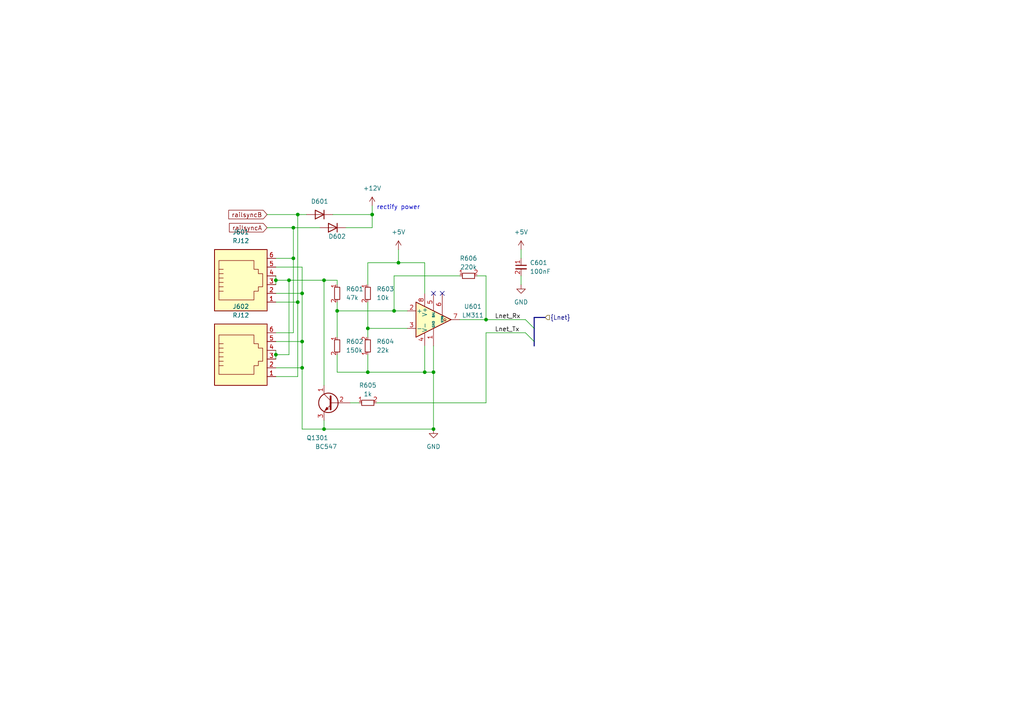
<source format=kicad_sch>
(kicad_sch (version 20231120) (generator "eeschema") (generator_version "8.0")
  (paper "A4")
  (lib_symbols
    (symbol "Comparator:LM311" (pin_names (offset 0.127))
      (property "Reference" "U" (at 3.81 6.35 0))
      (property "Value" "LM311" (at 3.81 3.81 0))
      (symbol "LM311_0_1"
        (polyline (pts (xy 5.08 0) (xy -5.08 5.08) (xy -5.08 -5.08) (xy 5.08 0)) (stroke (width 0.254)) (fill (type background)))
        (polyline (pts (xy 3.683 -0.381) (xy 3.302 -0.381) (xy 3.683 0) (xy 3.302 0.381) (xy 2.921 0) (xy 3.302 -0.381) (xy 2.921 -0.381)) (stroke (width 0.127)))
      )
      (symbol "LM311_1_1"
        (pin passive line (at 0 -7.62 90) (length 5.08) (name "GND") (number "1"))
        (pin input line (at -7.62 2.54 0) (length 2.54) (name "+") (number "2"))
        (pin input line (at -7.62 -2.54 0) (length 2.54) (name "-") (number "3"))
        (pin power_in line (at -2.54 -7.62 90) (length 3.81) (name "V-") (number "4"))
        (pin input line (at 0 7.62 270) (length 5.08) (name "BAL") (number "5"))
        (pin input line (at 2.54 7.62 270) (length 6.35) (name "STRB") (number "6"))
        (pin open_collector line (at 7.62 0 180) (length 2.54) (name "~") (number "7"))
        (pin power_in line (at -2.54 7.62 270) (length 3.81) (name "V+") (number "8"))
      )
    )
    (symbol "Diode:SM4007" (pin_numbers hide) (pin_names hide)
      (property "Reference" "D" (at 0 2.54 0))
      (property "Value" "SM4007" (at 0 -2.54 0))
      (symbol "SM4007_0_1"
        (polyline (pts (xy -1.27 1.27) (xy -1.27 -1.27)) (stroke (width 0.254)))
        (polyline (pts (xy 1.27 0) (xy -1.27 0)))
        (polyline (pts (xy 1.27 1.27) (xy 1.27 -1.27) (xy -1.27 0) (xy 1.27 1.27)) (stroke (width 0.254)))
      )
      (symbol "SM4007_1_1"
        (pin passive line (at -3.81 0 0) (length 2.54) (name "K") (number "1"))
        (pin passive line (at 3.81 0 180) (length 2.54) (name "A") (number "2"))
      )
    )
    (symbol "Transistor_BJT:BC547" (pin_names (offset 0) hide)
      (property "Reference" "Q" (at 5.08 1.905 0))
      (property "Value" "BC547" (at 5.08 0 0))
      (symbol "BC547_0_1"
        (polyline (pts (xy 0 0) (xy 0.635 0)))
        (polyline (pts (xy 0.635 0.635) (xy 2.54 2.54)))
        (polyline (pts (xy 0.635 -0.635) (xy 2.54 -2.54) (xy 2.54 -2.54)))
        (polyline (pts (xy 0.635 1.905) (xy 0.635 -1.905) (xy 0.635 -1.905)) (stroke (width 0.508)))
        (polyline (pts (xy 1.27 -1.778) (xy 1.778 -1.27) (xy 2.286 -2.286) (xy 1.27 -1.778) (xy 1.27 -1.778)) (fill (type outline)))
        (circle (center 1.27 0) (radius 2.8194) (stroke (width 0.254)))
      )
      (symbol "BC547_1_1"
        (pin passive line (at 2.54 5.08 270) (length 2.54) (name "C") (number "1"))
        (pin input line (at -5.08 0 0) (length 5.08) (name "B") (number "2"))
        (pin passive line (at 2.54 -5.08 90) (length 2.54) (name "E") (number "3"))
      )
    )
    (symbol "capacitor_miscellaneous:C_0402_100nF"
      (property "Reference" "U" (at 1.27 2.54 0))
      (property "Value" "100nF" (at 3.81 -2.54 0))
      (property "JLCPCB Part#" "C307331" (at 0 0 0))
      (symbol "C_0402_100nF_0_1"
        (polyline (pts (xy -1.524 -0.508) (xy 1.524 -0.508)) (stroke (width 0.3302)))
        (polyline (pts (xy -1.524 0.508) (xy 1.524 0.508)) (stroke (width 0.3048)))
      )
      (symbol "C_0402_100nF_1_1"
        (pin passive line (at 0 2.54 270) (length 2.032) (name "~") (number "1"))
        (pin passive line (at 0 -2.54 90) (length 2.032) (name "~") (number "2"))
      )
    )
    (symbol "custom_kicad_lib_sk:RJ12" (pin_names (offset 1.016))
      (property "Reference" "J" (at -5.08 11.43 0))
      (property "Value" "RJ12" (at 2.54 11.43 0))
      (symbol "RJ12_0_1"
        (polyline (pts (xy -6.35 -1.905) (xy -5.08 -1.905) (xy -5.08 -1.905)))
        (polyline (pts (xy -6.35 -0.635) (xy -5.08 -0.635) (xy -5.08 -0.635)))
        (polyline (pts (xy -6.35 0.635) (xy -5.08 0.635) (xy -5.08 0.635)))
        (polyline (pts (xy -6.35 1.905) (xy -5.08 1.905) (xy -5.08 1.905)))
        (polyline (pts (xy -6.35 3.175) (xy -5.08 3.175) (xy -5.08 3.175)))
        (polyline (pts (xy -5.08 4.445) (xy -6.35 4.445) (xy -6.35 4.445)))
        (polyline (pts (xy -6.35 -4.445) (xy -6.35 6.985) (xy 3.81 6.985) (xy 3.81 4.445) (xy 5.08 4.445) (xy 5.08 3.175) (xy 6.35 3.175) (xy 6.35 -0.635) (xy 5.08 -0.635) (xy 5.08 -1.905) (xy 3.81 -1.905) (xy 3.81 -4.445) (xy -6.35 -4.445) (xy -6.35 -4.445)))
        (rectangle (start 7.62 10.16) (end -7.62 -7.62) (stroke (width 0.254)) (fill (type background)))
      )
      (symbol "RJ12_1_1"
        (pin passive line (at 10.16 -5.08 180) (length 2.54) (name "~") (number "1"))
        (pin passive line (at 10.16 -2.54 180) (length 2.54) (name "~") (number "2"))
        (pin passive line (at 10.16 0 180) (length 2.54) (name "~") (number "3"))
        (pin passive line (at 10.16 2.54 180) (length 2.54) (name "~") (number "4"))
        (pin passive line (at 10.16 5.08 180) (length 2.54) (name "~") (number "5"))
        (pin passive line (at 10.16 7.62 180) (length 2.54) (name "~") (number "6"))
      )
    )
    (symbol "power:+12V" (power) (pin_names (offset 0))
      (property "Value" "+12V" (at 0 3.556 0))
      (symbol "+12V_0_1"
        (polyline (pts (xy -0.762 1.27) (xy 0 2.54)))
        (polyline (pts (xy 0 0) (xy 0 2.54)))
        (polyline (pts (xy 0 2.54) (xy 0.762 1.27)))
      )
      (symbol "+12V_1_1"
        (pin power_in line (at 0 0 90) (length 0) hide (name "+12V") (number "1"))
      )
    )
    (symbol "power:+5V" (power) (pin_names (offset 0))
      (property "Value" "+5V" (at 0 3.556 0))
      (symbol "+5V_0_1"
        (polyline (pts (xy -0.762 1.27) (xy 0 2.54)))
        (polyline (pts (xy 0 0) (xy 0 2.54)))
        (polyline (pts (xy 0 2.54) (xy 0.762 1.27)))
      )
      (symbol "+5V_1_1"
        (pin power_in line (at 0 0 90) (length 0) hide (name "+5V") (number "1"))
      )
    )
    (symbol "power:GND" (power) (pin_names (offset 0))
      (property "Value" "GND" (at 0 -3.81 0))
      (symbol "GND_0_1"
        (polyline (pts (xy 0 0) (xy 0 -1.27) (xy 1.27 -1.27) (xy 0 -2.54) (xy -1.27 -1.27) (xy 0 -1.27)))
      )
      (symbol "GND_1_1"
        (pin power_in line (at 0 0 270) (length 0) hide (name "GND") (number "1"))
      )
    )
    (symbol "resistors_0603:R_10k_0603"
      (property "Reference" "R" (at 1.27 2.54 0))
      (property "Value" "10k" (at 2.54 -2.54 0))
      (symbol "R_10k_0603_0_1"
        (rectangle (start -0.762 1.778) (end 0.762 -1.778) (stroke (width 0.2032)))
      )
      (symbol "R_10k_0603_1_1"
        (pin passive line (at 0 2.54 270) (length 0.762) (name "~") (number "1"))
        (pin passive line (at 0 -2.54 90) (length 0.762) (name "~") (number "2"))
      )
    )
    (symbol "resistors_0603:R_150k_0603"
      (property "Reference" "R" (at 1.27 2.54 0))
      (property "Value" "150k" (at 2.54 -2.54 0))
      (symbol "R_150k_0603_0_1"
        (rectangle (start -0.762 1.778) (end 0.762 -1.778) (stroke (width 0.2032)))
      )
      (symbol "R_150k_0603_1_1"
        (pin passive line (at 0 2.54 270) (length 0.762) (name "~") (number "1"))
        (pin passive line (at 0 -2.54 90) (length 0.762) (name "~") (number "2"))
      )
    )
    (symbol "resistors_0603:R_1k_0603"
      (property "Reference" "R" (at 1.27 2.54 0))
      (property "Value" "1k" (at 2.54 -2.54 0))
      (symbol "R_1k_0603_0_1"
        (rectangle (start -0.762 1.778) (end 0.762 -1.778) (stroke (width 0.2032)))
      )
      (symbol "R_1k_0603_1_1"
        (pin passive line (at 0 2.54 270) (length 0.762) (name "~") (number "1"))
        (pin passive line (at 0 -2.54 90) (length 0.762) (name "~") (number "2"))
      )
    )
    (symbol "resistors_0603:R_220k_0603"
      (property "Reference" "R" (at 1.27 2.54 0))
      (property "Value" "220k" (at 2.54 -2.54 0))
      (symbol "R_220k_0603_0_1"
        (rectangle (start -0.762 1.778) (end 0.762 -1.778) (stroke (width 0.2032)))
      )
      (symbol "R_220k_0603_1_1"
        (pin passive line (at 0 2.54 270) (length 0.762) (name "~") (number "1"))
        (pin passive line (at 0 -2.54 90) (length 0.762) (name "~") (number "2"))
      )
    )
    (symbol "resistors_0603:R_22k_0603"
      (property "Reference" "R" (at 1.27 2.54 0))
      (property "Value" "22k" (at 2.54 -2.54 0))
      (symbol "R_22k_0603_0_1"
        (rectangle (start -0.762 1.778) (end 0.762 -1.778) (stroke (width 0.2032)))
      )
      (symbol "R_22k_0603_1_1"
        (pin passive line (at 0 2.54 270) (length 0.762) (name "~") (number "1"))
        (pin passive line (at 0 -2.54 90) (length 0.762) (name "~") (number "2"))
      )
    )
    (symbol "resistors_0603:R_47k_0603"
      (property "Reference" "R" (at 1.27 2.54 0))
      (property "Value" "47k" (at 2.54 -2.54 0))
      (symbol "R_47k_0603_0_1"
        (rectangle (start -0.762 1.778) (end 0.762 -1.778) (stroke (width 0.2032)))
      )
      (symbol "R_47k_0603_1_1"
        (pin passive line (at 0 2.54 270) (length 0.762) (name "~") (number "1"))
        (pin passive line (at 0 -2.54 90) (length 0.762) (name "~") (number "2"))
      )
    )
  )
  (bus_alias "Lnet" (members "Lnet_Rx" "Lnet_Tx"))
  (junction (at 87.63 85.09))
  (junction (at 123.19 107.95))
  (junction (at 115.57 76.2))
  (junction (at 93.98 81.28))
  (junction (at 80.01 102.87))
  (junction (at 114.3 90.17))
  (junction (at 86.36 87.63))
  (junction (at 85.09 66.04))
  (junction (at 140.97 92.71))
  (junction (at 107.95 62.23))
  (junction (at 106.68 107.95))
  (junction (at 87.63 106.68))
  (junction (at 125.73 124.46))
  (junction (at 85.09 74.93))
  (junction (at 83.82 81.28))
  (junction (at 86.36 62.23))
  (junction (at 87.63 99.06))
  (junction (at 106.68 95.25))
  (junction (at 125.73 107.95))
  (junction (at 80.01 81.28))
  (junction (at 97.79 90.17))
  (junction (at 93.98 124.46))
  (no_connect (at 128.27 85.09))
  (no_connect (at 125.73 85.09))
  (bus_entry (at 152.4 96.52) (size 2.54 2.54))
  (bus_entry (at 152.4 92.71) (size 2.54 2.54))
  (wire (pts (xy 125.73 107.95) (xy 125.73 124.46)))
  (wire (pts (xy 80.01 106.68) (xy 87.63 106.68)))
  (bus (pts (xy 154.94 95.25) (xy 154.94 99.06)))
  (wire (pts (xy 97.79 107.95) (xy 106.68 107.95)))
  (wire (pts (xy 97.79 90.17) (xy 114.3 90.17)))
  (wire (pts (xy 87.63 85.09) (xy 87.63 77.47)))
  (wire (pts (xy 106.68 95.25) (xy 106.68 97.79)))
  (wire (pts (xy 106.68 107.95) (xy 123.19 107.95)))
  (wire (pts (xy 140.97 80.01) (xy 138.43 80.01)))
  (wire (pts (xy 106.68 76.2) (xy 106.68 82.55)))
  (wire (pts (xy 80.01 102.87) (xy 83.82 102.87)))
  (wire (pts (xy 109.22 116.84) (xy 140.97 116.84)))
  (wire (pts (xy 123.19 85.09) (xy 123.19 76.2)))
  (wire (pts (xy 118.11 90.17) (xy 114.3 90.17)))
  (wire (pts (xy 93.98 81.28) (xy 97.79 81.28)))
  (wire (pts (xy 123.19 107.95) (xy 123.19 100.33)))
  (wire (pts (xy 93.98 124.46) (xy 125.73 124.46)))
  (wire (pts (xy 97.79 87.63) (xy 97.79 90.17)))
  (wire (pts (xy 114.3 90.17) (xy 114.3 80.01)))
  (wire (pts (xy 80.01 81.28) (xy 80.01 82.55)))
  (wire (pts (xy 114.3 80.01) (xy 133.35 80.01)))
  (wire (pts (xy 115.57 72.39) (xy 115.57 76.2)))
  (wire (pts (xy 87.63 85.09) (xy 87.63 99.06)))
  (wire (pts (xy 83.82 81.28) (xy 93.98 81.28)))
  (wire (pts (xy 85.09 66.04) (xy 92.71 66.04)))
  (wire (pts (xy 140.97 96.52) (xy 140.97 116.84)))
  (wire (pts (xy 80.01 87.63) (xy 86.36 87.63)))
  (wire (pts (xy 96.52 62.23) (xy 107.95 62.23)))
  (wire (pts (xy 87.63 106.68) (xy 87.63 124.46)))
  (wire (pts (xy 97.79 81.28) (xy 97.79 82.55)))
  (wire (pts (xy 77.47 62.23) (xy 86.36 62.23)))
  (wire (pts (xy 86.36 62.23) (xy 88.9 62.23)))
  (wire (pts (xy 107.95 62.23) (xy 107.95 66.04)))
  (wire (pts (xy 151.13 72.39) (xy 151.13 74.93)))
  (wire (pts (xy 85.09 66.04) (xy 85.09 74.93)))
  (wire (pts (xy 133.35 92.71) (xy 140.97 92.71)))
  (wire (pts (xy 80.01 102.87) (xy 80.01 104.14)))
  (wire (pts (xy 106.68 76.2) (xy 115.57 76.2)))
  (wire (pts (xy 80.01 85.09) (xy 87.63 85.09)))
  (wire (pts (xy 140.97 92.71) (xy 152.4 92.71)))
  (wire (pts (xy 106.68 87.63) (xy 106.68 95.25)))
  (wire (pts (xy 107.95 66.04) (xy 100.33 66.04)))
  (wire (pts (xy 87.63 106.68) (xy 87.63 99.06)))
  (wire (pts (xy 87.63 124.46) (xy 93.98 124.46)))
  (wire (pts (xy 107.95 59.69) (xy 107.95 62.23)))
  (wire (pts (xy 80.01 101.6) (xy 80.01 102.87)))
  (wire (pts (xy 123.19 107.95) (xy 125.73 107.95)))
  (wire (pts (xy 123.19 76.2) (xy 115.57 76.2)))
  (wire (pts (xy 80.01 80.01) (xy 80.01 81.28)))
  (wire (pts (xy 80.01 74.93) (xy 85.09 74.93)))
  (bus (pts (xy 158.115 92.075) (xy 154.94 92.075)))
  (wire (pts (xy 106.68 107.95) (xy 106.68 102.87)))
  (wire (pts (xy 77.47 66.04) (xy 85.09 66.04)))
  (wire (pts (xy 125.73 107.95) (xy 125.73 100.33)))
  (wire (pts (xy 140.97 80.01) (xy 140.97 92.71)))
  (wire (pts (xy 93.98 81.28) (xy 93.98 111.76)))
  (wire (pts (xy 83.82 81.28) (xy 83.82 102.87)))
  (wire (pts (xy 80.01 81.28) (xy 83.82 81.28)))
  (wire (pts (xy 140.97 96.52) (xy 152.4 96.52)))
  (wire (pts (xy 86.36 62.23) (xy 86.36 87.63)))
  (wire (pts (xy 80.01 109.22) (xy 86.36 109.22)))
  (bus (pts (xy 154.94 92.075) (xy 154.94 95.25)))
  (wire (pts (xy 106.68 95.25) (xy 118.11 95.25)))
  (wire (pts (xy 80.01 96.52) (xy 85.09 96.52)))
  (wire (pts (xy 86.36 87.63) (xy 86.36 109.22)))
  (wire (pts (xy 151.13 80.01) (xy 151.13 82.55)))
  (wire (pts (xy 85.09 74.93) (xy 85.09 96.52)))
  (wire (pts (xy 80.01 99.06) (xy 87.63 99.06)))
  (wire (pts (xy 97.79 90.17) (xy 97.79 97.79)))
  (wire (pts (xy 97.79 102.87) (xy 97.79 107.95)))
  (bus (pts (xy 154.94 99.06) (xy 154.94 100.33)))
  (wire (pts (xy 93.98 121.92) (xy 93.98 124.46)))
  (wire (pts (xy 101.6 116.84) (xy 104.14 116.84)))
  (wire (pts (xy 87.63 77.47) (xy 80.01 77.47)))
  (text "rectify power" (at 109.22 60.96 0) (effects (font (size 1.27 1.27)) (justify left bottom)))
  (label "Lnet_Tx" (at 143.51 96.52 0))
  (label "Lnet_Rx" (at 143.51 92.71 0))
  (global_label "railsyncA" (shape input) (at 77.47 66.04 180) (property "Intersheetrefs" "${INTERSHEET_REFS}" (effects (hide yes))))
  (global_label "railsyncB" (shape input) (at 77.47 62.23 180) (property "Intersheetrefs" "${INTERSHEET_REFS}" (effects (hide yes))))
  (hierarchical_label "{Lnet}" (shape input) (at 158.115 92.075 0))
  (symbol (lib_id "resistors_0603:R_22k_0603") (at 106.68 100.33 180) (unit 1)
    (property "Reference" "R604" (at 109.22 99.06 0) (effects (justify right)))
    (property "Value" "22k" (at 109.22 101.6 0) (effects (justify right)))
    (property "Footprint" "Resistor_THT:R_Axial_DIN0204_L3.6mm_D1.6mm_P7.62mm_Horizontal" (effects (hide yes)))
    (property "JLCPCB Part#" "C31850" (effects (hide yes)))
    (instances (project "Lnet-B" (path "" (reference "R604") (unit 1))) (project "FY_entry" (path "" (reference "R1304") (unit 1))))
  )
  (symbol (lib_id "power:+5V") (at 115.57 72.39 0) (unit 1)
    (property "Reference" "#PWR0602" (effects (hide yes)))
    (property "Value" "+5V" (at 115.57 67.31 0))
    (instances (project "Lnet-B" (path "" (reference "#PWR0602") (unit 1))) (project "FY_entry" (path "" (reference "#PWR01302") (unit 1))))
  )
  (symbol (lib_id "Transistor_BJT:BC547") (at 96.52 116.84 0) (mirror y) (unit 1)
    (property "Reference" "Q1301" (at 95.25 127 0) (effects (justify left)))
    (property "Value" "BC547" (at 97.79 129.54 0) (effects (justify left)))
    (property "Footprint" "Package_TO_SOT_THT:TO-92_Inline" (effects (hide yes)))
    (property "Datasheet" "https://www.onsemi.com/pub/Collateral/BC550-D.pdf" (effects (hide yes)))
    (property "Description" "0.1A Ic, 45V Vce, Small Signal NPN Transistor, TO-92" (effects (hide yes)))
  )
  (symbol (lib_id "resistors_0603:R_10k_0603") (at 106.68 85.09 0) (unit 1)
    (property "Reference" "R603" (at 109.22 83.82 0) (effects (justify left)))
    (property "Value" "10k" (at 109.22 86.36 0) (effects (justify left)))
    (property "Footprint" "Resistor_THT:R_Axial_DIN0204_L3.6mm_D1.6mm_P7.62mm_Horizontal" (effects (hide yes)))
    (property "JLCPCB Part#" "C25804" (effects (hide yes)))
    (instances (project "Lnet-B" (path "" (reference "R603") (unit 1))) (project "FY_entry" (path "" (reference "R1303") (unit 1))))
  )
  (symbol (lib_id "Diode:SM4007") (at 92.71 62.23 180) (unit 1)
    (property "Reference" "D601" (at 92.71 58.42 0))
    (property "Value" "SM4007" (effects (hide yes)))
    (property "Footprint" "Diode_THT:D_A-405_P7.62mm_Horizontal" (effects (hide yes)))
    (property "Datasheet" "http://cdn-reichelt.de/documents/datenblatt/A400/SMD1N400%23DIO.pdf" (effects (hide yes)))
    (property "Sim.Device" "D" (effects (hide yes)))
    (property "Sim.Pins" "1=K 2=A" (effects (hide yes)))
    (property "JLCPCB Part#" "C64898" (effects (hide yes)))
    (instances (project "Lnet-B" (path "" (reference "D601") (unit 1))) (project "FY_entry" (path "" (reference "D1301") (unit 1))))
  )
  (symbol (lib_id "custom_kicad_lib_sk:RJ12") (at 69.85 82.55 0) (unit 1)
    (property "Reference" "J601" (at 69.85 67.31 0))
    (property "Value" "RJ12" (at 69.85 69.85 0))
    (property "Footprint" "custom_kicad_lib_sk:RJ12" (effects (hide yes)))
    (instances (project "Lnet-B" (path "" (reference "J601") (unit 1))) (project "FY_entry" (path "" (reference "J1301") (unit 1))))
  )
  (symbol (lib_id "Comparator:LM311") (at 125.73 92.71 0) (unit 1)
    (property "Reference" "U601" (at 137.16 88.9 0))
    (property "Value" "LM311" (at 137.16 91.44 0))
    (property "Footprint" "Package_DIP:DIP-8_W7.62mm_LongPads" (effects (hide yes)))
    (property "Datasheet" "https://www.st.com/resource/en/datasheet/lm311.pdf" (effects (hide yes)))
    (property "JLCPCB Part#" "C434495" (effects (hide yes)))
    (instances (project "Lnet-B" (path "" (reference "U601") (unit 1))) (project "FY_entry" (path "" (reference "U1301") (unit 1))) (project "general_schematics" (path "" (reference "U601") (unit 1))))
  )
  (symbol (lib_id "power:GND") (at 151.13 82.55 0) (unit 1)
    (property "Reference" "#PWR0605" (effects (hide yes)))
    (property "Value" "GND" (at 151.13 87.63 0))
    (instances (project "Lnet-B" (path "" (reference "#PWR0605") (unit 1))) (project "FY_entry" (path "" (reference "#PWR01305") (unit 1))))
  )
  (symbol (lib_id "power:GND") (at 125.73 124.46 0) (unit 1)
    (property "Reference" "#PWR0604" (effects (hide yes)))
    (property "Value" "GND" (at 125.73 129.54 0))
    (instances (project "Lnet-B" (path "" (reference "#PWR0604") (unit 1))) (project "FY_entry" (path "" (reference "#PWR01303") (unit 1))))
  )
  (symbol (lib_id "resistors_0603:R_1k_0603") (at 106.68 116.84 90) (unit 1)
    (property "Reference" "R605" (at 106.68 111.76 90))
    (property "Value" "1k" (at 106.68 114.3 90))
    (property "Footprint" "Resistor_THT:R_Axial_DIN0204_L3.6mm_D1.6mm_P7.62mm_Horizontal" (effects (hide yes)))
    (property "JLCPCB Part#" "C21190" (effects (hide yes)))
    (instances (project "Lnet-B" (path "" (reference "R605") (unit 1))) (project "FY_entry" (path "" (reference "R1305") (unit 1))))
  )
  (symbol (lib_id "resistors_0603:R_150k_0603") (at 97.79 100.33 0) (unit 1)
    (property "Reference" "R602" (at 100.33 99.06 0) (effects (justify left)))
    (property "Value" "150k" (at 100.33 101.6 0) (effects (justify left)))
    (property "Footprint" "Resistor_THT:R_Axial_DIN0204_L3.6mm_D1.6mm_P7.62mm_Horizontal" (effects (hide yes)))
    (property "JLCPCB Part#" "C22807" (effects (hide yes)))
    (instances (project "Lnet-B" (path "" (reference "R602") (unit 1))) (project "FY_entry" (path "" (reference "R1302") (unit 1))))
  )
  (symbol (lib_id "resistors_0603:R_220k_0603") (at 135.89 80.01 90) (unit 1)
    (property "Reference" "R606" (at 135.89 74.93 90))
    (property "Value" "220k" (at 135.89 77.47 90))
    (property "Footprint" "Resistor_THT:R_Axial_DIN0204_L3.6mm_D1.6mm_P7.62mm_Horizontal" (effects (hide yes)))
    (property "JLCPCB Part#" "C22961" (effects (hide yes)))
    (instances (project "Lnet-B" (path "" (reference "R606") (unit 1))) (project "FY_entry" (path "" (reference "R1306") (unit 1))))
  )
  (symbol (lib_id "Diode:SM4007") (at 96.52 66.04 180) (unit 1)
    (property "Reference" "D602" (at 97.79 68.58 0))
    (property "Value" "SM4007" (effects (hide yes)))
    (property "Footprint" "Diode_THT:D_A-405_P7.62mm_Horizontal" (effects (hide yes)))
    (property "Datasheet" "http://cdn-reichelt.de/documents/datenblatt/A400/SMD1N400%23DIO.pdf" (effects (hide yes)))
    (property "Sim.Device" "D" (effects (hide yes)))
    (property "Sim.Pins" "1=K 2=A" (effects (hide yes)))
    (property "JLCPCB Part#" "C64898" (effects (hide yes)))
    (instances (project "Lnet-B" (path "" (reference "D602") (unit 1))) (project "FY_entry" (path "" (reference "D1302") (unit 1))))
  )
  (symbol (lib_id "custom_kicad_lib_sk:RJ12") (at 69.85 104.14 0) (unit 1)
    (property "Reference" "J602" (at 69.85 88.9 0))
    (property "Value" "RJ12" (at 69.85 91.44 0))
    (property "Footprint" "custom_kicad_lib_sk:RJ12" (effects (hide yes)))
    (instances (project "Lnet-B" (path "" (reference "J602") (unit 1))) (project "FY_entry" (path "" (reference "J1302") (unit 1))))
  )
  (symbol (lib_id "power:+5V") (at 151.13 72.39 0) (unit 1)
    (property "Reference" "#PWR0603" (effects (hide yes)))
    (property "Value" "+5V" (at 151.13 67.31 0))
    (instances (project "Lnet-B" (path "" (reference "#PWR0603") (unit 1))) (project "FY_entry" (path "" (reference "#PWR01304") (unit 1))))
  )
  (symbol (lib_id "resistors_0603:R_47k_0603") (at 97.79 85.09 0) (unit 1)
    (property "Reference" "R601" (at 100.33 83.82 0) (effects (justify left)))
    (property "Value" "47k" (at 100.33 86.36 0) (effects (justify left)))
    (property "Footprint" "Resistor_THT:R_Axial_DIN0204_L3.6mm_D1.6mm_P7.62mm_Horizontal" (effects (hide yes)))
    (property "JLCPCB Part#" "C25819" (effects (hide yes)))
    (instances (project "Lnet-B" (path "" (reference "R601") (unit 1))) (project "FY_entry" (path "" (reference "R1301") (unit 1))))
  )
  (symbol (lib_id "power:+12V") (at 107.95 59.69 0) (unit 1)
    (property "Reference" "#PWR0601" (effects (hide yes)))
    (property "Value" "+12V" (at 107.95 54.61 0))
    (instances (project "Lnet-B" (path "" (reference "#PWR0601") (unit 1))) (project "FY_entry" (path "" (reference "#PWR01301") (unit 1))))
  )
  (symbol (lib_id "capacitor_miscellaneous:C_0402_100nF") (at 151.13 77.47 0) (unit 1)
    (property "Reference" "C601" (at 153.67 76.2063 0) (effects (justify left)))
    (property "Value" "100nF" (at 153.67 78.7463 0) (effects (justify left)))
    (property "Footprint" "Capacitor_THT:C_Disc_D3.0mm_W1.6mm_P2.50mm" (effects (hide yes)))
    (property "JLCPCB Part#" "C307331" (effects (hide yes)))
    (instances (project "Lnet-B" (path "" (reference "C601") (unit 1))) (project "FY_entry" (path "" (reference "C1301") (unit 1))))
  )
)
</source>
